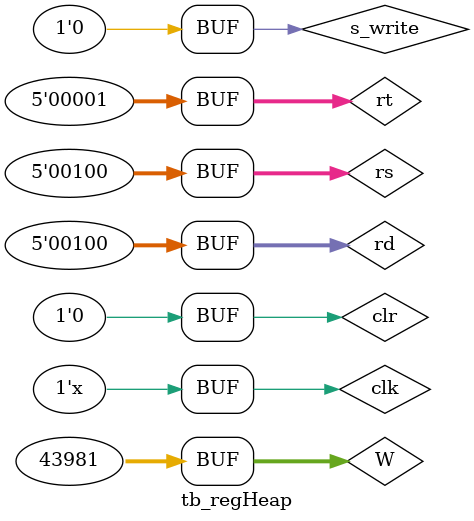
<source format=v>
module tb_regHeap();
	
reg clr;
reg clk;

reg [4:0] rs;
reg [4:0] rt;
wire [31:0] o_A;
wire [31:0] o_B;

reg [4:0] rd;
reg s_write; 
reg [31:0] W;

/*
wire [1023:0] S;
wire [31:0] RD;
*/
	
regHeap regheap(
		.clr(clr), 
		.clk(clk), 
		.rs(rs), 
		.rt(rt), 
		.o_A(o_A), 
		.o_B(o_B),
		.rd(rd), 
		.s_write(s_write), 
		
		.W(W)
);
		
	initial
	begin
		clr <= 0;
		# 2
			clr <= 1;
			clk <= 0;
			rs <= 0;
			rt <= 1;
			rd <= 0;
			s_write <= 0;
			W <= 32'd0;
			
			# 36 
			clr <= 0;
			
			# 6
			s_write <= 1'd1;
			# 5
			rd <= 5'd4;
			W <= 32'habcd;
			
			
			# 10
			s_write <= 1'd0;
			rs <= 5'd4;
			
			# 17
			rd <= 5'd4;
			
			
			
			
			
	end
	
	always begin
		# 5 clk <= ~clk;
	end
		
endmodule

</source>
